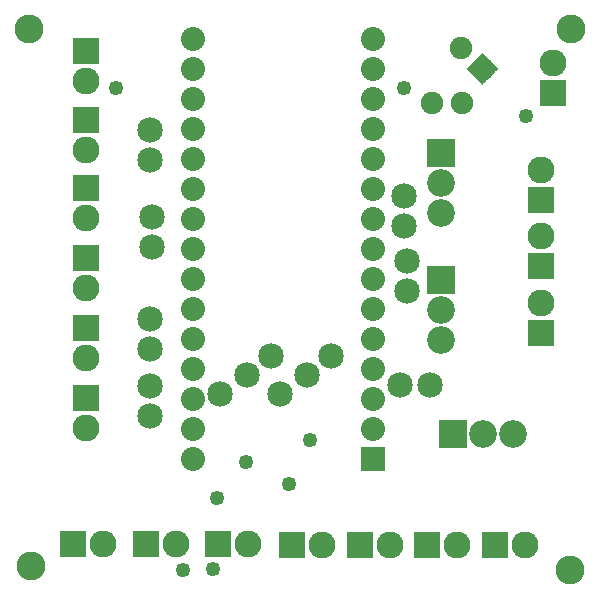
<source format=gbs>
G04 MADE WITH FRITZING*
G04 WWW.FRITZING.ORG*
G04 DOUBLE SIDED*
G04 HOLES PLATED*
G04 CONTOUR ON CENTER OF CONTOUR VECTOR*
%ASAXBY*%
%FSLAX23Y23*%
%MOIN*%
%OFA0B0*%
%SFA1.0B1.0*%
%ADD10C,0.080000*%
%ADD11C,0.090000*%
%ADD12C,0.092000*%
%ADD13C,0.085000*%
%ADD14C,0.075000*%
%ADD15C,0.096614*%
%ADD16C,0.049370*%
%ADD17R,0.079972X0.080000*%
%ADD18R,0.090000X0.090000*%
%ADD19R,0.092000X0.092000*%
%ADD20R,0.001000X0.001000*%
%LNMASK0*%
G90*
G70*
G54D10*
X1230Y456D03*
X1230Y556D03*
X1230Y656D03*
X1230Y756D03*
X1230Y856D03*
X1230Y956D03*
X1230Y1056D03*
X1230Y1156D03*
X1230Y1256D03*
X1230Y1356D03*
X1230Y1456D03*
X1230Y1556D03*
X1230Y1656D03*
X1230Y1756D03*
X1230Y1856D03*
X630Y456D03*
X630Y556D03*
X630Y656D03*
X630Y756D03*
X630Y856D03*
X630Y956D03*
X630Y1056D03*
X630Y1156D03*
X630Y1256D03*
X630Y1356D03*
X630Y1456D03*
X630Y1556D03*
X630Y1656D03*
X630Y1756D03*
X630Y1856D03*
G54D11*
X1827Y1674D03*
X1827Y1774D03*
X712Y171D03*
X812Y171D03*
X473Y171D03*
X573Y171D03*
X230Y171D03*
X330Y171D03*
X1634Y168D03*
X1734Y168D03*
X1409Y168D03*
X1509Y168D03*
X1185Y168D03*
X1285Y168D03*
X960Y168D03*
X1060Y168D03*
X1789Y1319D03*
X1789Y1419D03*
X1789Y1097D03*
X1789Y1197D03*
X1789Y874D03*
X1789Y974D03*
G54D12*
X1495Y537D03*
X1595Y537D03*
X1695Y537D03*
X1456Y1052D03*
X1456Y952D03*
X1456Y852D03*
X1456Y1474D03*
X1456Y1374D03*
X1456Y1274D03*
G54D13*
X719Y673D03*
X919Y673D03*
X810Y735D03*
X1010Y735D03*
X890Y799D03*
X1090Y799D03*
X1420Y702D03*
X1320Y702D03*
X1343Y1114D03*
X1343Y1014D03*
X1333Y1332D03*
X1333Y1232D03*
G54D14*
X1523Y1825D03*
X1594Y1754D03*
X1525Y1642D03*
X1425Y1642D03*
G54D11*
X273Y892D03*
X273Y792D03*
X273Y1125D03*
X273Y1025D03*
X273Y1814D03*
X273Y1714D03*
X273Y1586D03*
X273Y1486D03*
X273Y659D03*
X273Y559D03*
X273Y1358D03*
X273Y1258D03*
G54D15*
X89Y97D03*
X81Y1889D03*
X1887Y1887D03*
X1885Y84D03*
G54D13*
X493Y1260D03*
X493Y1160D03*
X484Y1550D03*
X484Y1450D03*
X486Y920D03*
X486Y820D03*
X486Y697D03*
X486Y597D03*
G54D16*
X696Y88D03*
X596Y86D03*
X1740Y1597D03*
X1332Y1693D03*
X804Y445D03*
X708Y325D03*
X372Y1693D03*
X948Y373D03*
X1020Y517D03*
G54D17*
X1230Y456D03*
G54D18*
X1827Y1674D03*
X712Y171D03*
X473Y171D03*
X230Y171D03*
X1634Y168D03*
X1409Y168D03*
X1185Y168D03*
X960Y168D03*
X1789Y1319D03*
X1789Y1097D03*
X1789Y874D03*
G54D19*
X1495Y537D03*
X1456Y1052D03*
X1456Y1474D03*
G54D18*
X273Y892D03*
X273Y1125D03*
X273Y1814D03*
X273Y1586D03*
X273Y659D03*
X273Y1358D03*
G54D20*
X1593Y1808D02*
X1593Y1808D01*
X1592Y1807D02*
X1594Y1807D01*
X1591Y1806D02*
X1595Y1806D01*
X1590Y1805D02*
X1596Y1805D01*
X1589Y1804D02*
X1597Y1804D01*
X1588Y1803D02*
X1598Y1803D01*
X1587Y1802D02*
X1599Y1802D01*
X1586Y1801D02*
X1600Y1801D01*
X1585Y1800D02*
X1601Y1800D01*
X1584Y1799D02*
X1602Y1799D01*
X1583Y1798D02*
X1603Y1798D01*
X1582Y1797D02*
X1604Y1797D01*
X1581Y1796D02*
X1605Y1796D01*
X1580Y1795D02*
X1606Y1795D01*
X1579Y1794D02*
X1607Y1794D01*
X1578Y1793D02*
X1608Y1793D01*
X1577Y1792D02*
X1609Y1792D01*
X1576Y1791D02*
X1610Y1791D01*
X1575Y1790D02*
X1611Y1790D01*
X1574Y1789D02*
X1612Y1789D01*
X1573Y1788D02*
X1613Y1788D01*
X1572Y1787D02*
X1614Y1787D01*
X1571Y1786D02*
X1615Y1786D01*
X1570Y1785D02*
X1616Y1785D01*
X1569Y1784D02*
X1617Y1784D01*
X1568Y1783D02*
X1618Y1783D01*
X1567Y1782D02*
X1619Y1782D01*
X1566Y1781D02*
X1620Y1781D01*
X1565Y1780D02*
X1621Y1780D01*
X1564Y1779D02*
X1622Y1779D01*
X1563Y1778D02*
X1623Y1778D01*
X1562Y1777D02*
X1624Y1777D01*
X1561Y1776D02*
X1625Y1776D01*
X1560Y1775D02*
X1626Y1775D01*
X1559Y1774D02*
X1627Y1774D01*
X1558Y1773D02*
X1628Y1773D01*
X1557Y1772D02*
X1629Y1772D01*
X1556Y1771D02*
X1630Y1771D01*
X1555Y1770D02*
X1631Y1770D01*
X1554Y1769D02*
X1632Y1769D01*
X1553Y1768D02*
X1633Y1768D01*
X1552Y1767D02*
X1634Y1767D01*
X1551Y1766D02*
X1635Y1766D01*
X1550Y1765D02*
X1636Y1765D01*
X1549Y1764D02*
X1591Y1764D01*
X1595Y1764D02*
X1637Y1764D01*
X1548Y1763D02*
X1588Y1763D01*
X1598Y1763D02*
X1638Y1763D01*
X1547Y1762D02*
X1587Y1762D01*
X1600Y1762D02*
X1639Y1762D01*
X1546Y1761D02*
X1586Y1761D01*
X1601Y1761D02*
X1640Y1761D01*
X1545Y1760D02*
X1585Y1760D01*
X1601Y1760D02*
X1641Y1760D01*
X1544Y1759D02*
X1585Y1759D01*
X1602Y1759D02*
X1642Y1759D01*
X1543Y1758D02*
X1584Y1758D01*
X1602Y1758D02*
X1643Y1758D01*
X1542Y1757D02*
X1584Y1757D01*
X1602Y1757D02*
X1644Y1757D01*
X1541Y1756D02*
X1584Y1756D01*
X1602Y1756D02*
X1645Y1756D01*
X1541Y1755D02*
X1584Y1755D01*
X1603Y1755D02*
X1645Y1755D01*
X1542Y1754D02*
X1584Y1754D01*
X1602Y1754D02*
X1644Y1754D01*
X1543Y1753D02*
X1584Y1753D01*
X1602Y1753D02*
X1643Y1753D01*
X1544Y1752D02*
X1585Y1752D01*
X1602Y1752D02*
X1642Y1752D01*
X1545Y1751D02*
X1585Y1751D01*
X1601Y1751D02*
X1641Y1751D01*
X1546Y1750D02*
X1586Y1750D01*
X1601Y1750D02*
X1640Y1750D01*
X1547Y1749D02*
X1586Y1749D01*
X1600Y1749D02*
X1639Y1749D01*
X1548Y1748D02*
X1588Y1748D01*
X1599Y1748D02*
X1638Y1748D01*
X1549Y1747D02*
X1590Y1747D01*
X1597Y1747D02*
X1637Y1747D01*
X1550Y1746D02*
X1636Y1746D01*
X1551Y1745D02*
X1635Y1745D01*
X1552Y1744D02*
X1634Y1744D01*
X1553Y1743D02*
X1633Y1743D01*
X1554Y1742D02*
X1632Y1742D01*
X1555Y1741D02*
X1631Y1741D01*
X1556Y1740D02*
X1630Y1740D01*
X1557Y1739D02*
X1629Y1739D01*
X1558Y1738D02*
X1628Y1738D01*
X1559Y1737D02*
X1627Y1737D01*
X1560Y1736D02*
X1626Y1736D01*
X1561Y1735D02*
X1625Y1735D01*
X1562Y1734D02*
X1624Y1734D01*
X1563Y1733D02*
X1623Y1733D01*
X1564Y1732D02*
X1622Y1732D01*
X1565Y1731D02*
X1621Y1731D01*
X1566Y1730D02*
X1620Y1730D01*
X1567Y1729D02*
X1619Y1729D01*
X1568Y1728D02*
X1618Y1728D01*
X1569Y1727D02*
X1617Y1727D01*
X1570Y1726D02*
X1616Y1726D01*
X1571Y1725D02*
X1615Y1725D01*
X1572Y1724D02*
X1614Y1724D01*
X1573Y1723D02*
X1613Y1723D01*
X1574Y1722D02*
X1612Y1722D01*
X1575Y1721D02*
X1611Y1721D01*
X1576Y1720D02*
X1610Y1720D01*
X1577Y1719D02*
X1609Y1719D01*
X1578Y1718D02*
X1608Y1718D01*
X1579Y1717D02*
X1607Y1717D01*
X1580Y1716D02*
X1606Y1716D01*
X1581Y1715D02*
X1605Y1715D01*
X1582Y1714D02*
X1604Y1714D01*
X1583Y1713D02*
X1603Y1713D01*
X1584Y1712D02*
X1602Y1712D01*
X1585Y1711D02*
X1601Y1711D01*
X1586Y1710D02*
X1600Y1710D01*
X1587Y1709D02*
X1599Y1709D01*
X1588Y1708D02*
X1598Y1708D01*
X1589Y1707D02*
X1597Y1707D01*
X1590Y1706D02*
X1596Y1706D01*
X1591Y1705D02*
X1595Y1705D01*
X1592Y1704D02*
X1594Y1704D01*
X1593Y1703D02*
X1593Y1703D01*
D02*
G04 End of Mask0*
M02*
</source>
